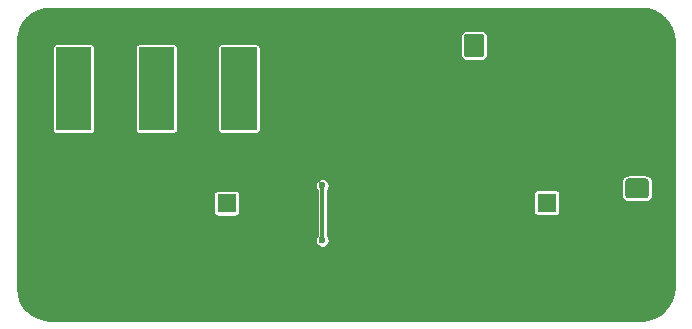
<source format=gbr>
%TF.GenerationSoftware,KiCad,Pcbnew,(5.1.9)-1*%
%TF.CreationDate,2021-11-10T21:50:44+01:00*%
%TF.ProjectId,smoke_extractor,736d6f6b-655f-4657-9874-726163746f72,rev?*%
%TF.SameCoordinates,Original*%
%TF.FileFunction,Copper,L2,Bot*%
%TF.FilePolarity,Positive*%
%FSLAX46Y46*%
G04 Gerber Fmt 4.6, Leading zero omitted, Abs format (unit mm)*
G04 Created by KiCad (PCBNEW (5.1.9)-1) date 2021-11-10 21:50:44*
%MOMM*%
%LPD*%
G01*
G04 APERTURE LIST*
%TA.AperFunction,ComponentPad*%
%ADD10C,0.800000*%
%TD*%
%TA.AperFunction,ComponentPad*%
%ADD11C,6.400000*%
%TD*%
%TA.AperFunction,ComponentPad*%
%ADD12O,2.000000X1.700000*%
%TD*%
%TA.AperFunction,ComponentPad*%
%ADD13O,1.700000X2.000000*%
%TD*%
%TA.AperFunction,ComponentPad*%
%ADD14C,1.600000*%
%TD*%
%TA.AperFunction,ComponentPad*%
%ADD15R,1.600000X1.600000*%
%TD*%
%TA.AperFunction,ComponentPad*%
%ADD16C,0.100000*%
%TD*%
%TA.AperFunction,ViaPad*%
%ADD17C,0.600000*%
%TD*%
%TA.AperFunction,Conductor*%
%ADD18C,0.300000*%
%TD*%
%TA.AperFunction,Conductor*%
%ADD19C,0.254000*%
%TD*%
%TA.AperFunction,Conductor*%
%ADD20C,0.100000*%
%TD*%
G04 APERTURE END LIST*
D10*
%TO.P,H2,1*%
%TO.N,GND*%
X145397056Y-71302944D03*
X143700000Y-70600000D03*
X142002944Y-71302944D03*
X141300000Y-73000000D03*
X142002944Y-74697056D03*
X143700000Y-75400000D03*
X145397056Y-74697056D03*
X146100000Y-73000000D03*
D11*
X143700000Y-73000000D03*
%TD*%
D12*
%TO.P,J3,2*%
%TO.N,GND*%
X144500000Y-81900000D03*
%TO.P,J3,1*%
%TO.N,12V*%
%TA.AperFunction,ComponentPad*%
G36*
G01*
X145250000Y-85250000D02*
X143750000Y-85250000D01*
G75*
G02*
X143500000Y-85000000I0J250000D01*
G01*
X143500000Y-83800000D01*
G75*
G02*
X143750000Y-83550000I250000J0D01*
G01*
X145250000Y-83550000D01*
G75*
G02*
X145500000Y-83800000I0J-250000D01*
G01*
X145500000Y-85000000D01*
G75*
G02*
X145250000Y-85250000I-250000J0D01*
G01*
G37*
%TD.AperFunction*%
%TD*%
D13*
%TO.P,J2,2*%
%TO.N,GND*%
X128200000Y-72300000D03*
%TO.P,J2,1*%
%TO.N,12V*%
%TA.AperFunction,ComponentPad*%
G36*
G01*
X131550000Y-71550000D02*
X131550000Y-73050000D01*
G75*
G02*
X131300000Y-73300000I-250000J0D01*
G01*
X130100000Y-73300000D01*
G75*
G02*
X129850000Y-73050000I0J250000D01*
G01*
X129850000Y-71550000D01*
G75*
G02*
X130100000Y-71300000I250000J0D01*
G01*
X131300000Y-71300000D01*
G75*
G02*
X131550000Y-71550000I0J-250000D01*
G01*
G37*
%TD.AperFunction*%
%TD*%
D14*
%TO.P,C3,2*%
%TO.N,GND*%
X109750000Y-89150000D03*
D15*
%TO.P,C3,1*%
%TO.N,Net-(C1-Pad1)*%
X109750000Y-85650000D03*
%TD*%
D10*
%TO.P,H1,1*%
%TO.N,GND*%
X121197056Y-71302944D03*
X119500000Y-70600000D03*
X117802944Y-71302944D03*
X117100000Y-73000000D03*
X117802944Y-74697056D03*
X119500000Y-75400000D03*
X121197056Y-74697056D03*
X121900000Y-73000000D03*
D11*
X119500000Y-73000000D03*
%TD*%
%TA.AperFunction,ComponentPad*%
D16*
%TO.P,U2,SHELL*%
%TO.N,GND*%
G36*
X97500000Y-84700000D02*
G01*
X97500000Y-85700000D01*
X95800000Y-85700000D01*
X95800000Y-84700000D01*
X97500000Y-84700000D01*
G37*
%TD.AperFunction*%
%TA.AperFunction,ComponentPad*%
G36*
X97500000Y-93250000D02*
G01*
X97500000Y-94250000D01*
X95800000Y-94250000D01*
X95800000Y-93250000D01*
X97500000Y-93250000D01*
G37*
%TD.AperFunction*%
%TD*%
%TA.AperFunction,ComponentPad*%
%TO.P,SW1,1*%
%TO.N,+5V*%
G36*
X95300000Y-79450000D02*
G01*
X95300000Y-72450000D01*
X98300000Y-72450000D01*
X98300000Y-79450000D01*
X95300000Y-79450000D01*
G37*
%TD.AperFunction*%
%TA.AperFunction,ComponentPad*%
%TO.P,SW1,2*%
%TO.N,Net-(C1-Pad1)*%
G36*
X102300000Y-79450000D02*
G01*
X102300000Y-72450000D01*
X105300000Y-72450000D01*
X105300000Y-79450000D01*
X102300000Y-79450000D01*
G37*
%TD.AperFunction*%
%TA.AperFunction,ComponentPad*%
%TO.P,SW1,3*%
%TO.N,N/C*%
G36*
X109300000Y-79450000D02*
G01*
X109300000Y-72450000D01*
X112300000Y-72450000D01*
X112300000Y-79450000D01*
X109300000Y-79450000D01*
G37*
%TD.AperFunction*%
%TD*%
D14*
%TO.P,C8,2*%
%TO.N,GND*%
X136850000Y-89100000D03*
D15*
%TO.P,C8,1*%
%TO.N,12V*%
X136850000Y-85600000D03*
%TD*%
D17*
%TO.N,GND*%
X121900000Y-80700000D03*
X122800000Y-80700000D03*
X122800000Y-81700000D03*
X121900000Y-81700000D03*
X122800000Y-82700000D03*
X121900000Y-82700000D03*
X122800000Y-83700000D03*
X121900000Y-83700000D03*
X121900000Y-84800000D03*
X122800000Y-84800000D03*
X122800000Y-85800000D03*
X121900000Y-85800000D03*
X122800000Y-79700000D03*
X121900000Y-79700000D03*
X122800000Y-86900000D03*
X121900000Y-86900000D03*
X122800000Y-87900000D03*
X121900000Y-87900000D03*
X122800000Y-89000000D03*
X121900000Y-90000000D03*
X121900000Y-89000000D03*
X122800000Y-90000000D03*
X121900000Y-91200000D03*
X122800000Y-92200000D03*
X122800000Y-91200000D03*
X121900000Y-92200000D03*
X121900000Y-94200000D03*
X121900000Y-93200000D03*
X122800000Y-94200000D03*
X122800000Y-93200000D03*
X123900000Y-93200000D03*
X124800000Y-93200000D03*
X123900000Y-94200000D03*
X124800000Y-94200000D03*
X119900000Y-94200000D03*
X120800000Y-94200000D03*
X120800000Y-93200000D03*
X119900000Y-93200000D03*
X126800000Y-94200000D03*
X126800000Y-93200000D03*
X125900000Y-94200000D03*
X125900000Y-93200000D03*
X122800000Y-78700000D03*
X121900000Y-77700000D03*
X121900000Y-78700000D03*
X122800000Y-77700000D03*
X123900000Y-77700000D03*
X124800000Y-78700000D03*
X123900000Y-78700000D03*
X124800000Y-77700000D03*
X125900000Y-77700000D03*
X126800000Y-77700000D03*
X125900000Y-78700000D03*
X126800000Y-78700000D03*
X128700000Y-77700000D03*
X127800000Y-78700000D03*
X128700000Y-78700000D03*
X127800000Y-77700000D03*
X133200000Y-91900000D03*
X136100000Y-90900000D03*
X134100000Y-91900000D03*
X134100000Y-90900000D03*
X136100000Y-91900000D03*
X133200000Y-90900000D03*
X135200000Y-90900000D03*
X135200000Y-91900000D03*
X136100000Y-93900000D03*
X134100000Y-92900000D03*
X135200000Y-92900000D03*
X133200000Y-93900000D03*
X135200000Y-93900000D03*
X136100000Y-92900000D03*
X133200000Y-92900000D03*
X134100000Y-93900000D03*
X134100000Y-89000000D03*
X133200000Y-90000000D03*
X133200000Y-89000000D03*
X134100000Y-90000000D03*
X133200000Y-88100000D03*
X134100000Y-88100000D03*
X137200000Y-90900000D03*
X138100000Y-91900000D03*
X138100000Y-90900000D03*
X137200000Y-91900000D03*
X138100000Y-93900000D03*
X137200000Y-92900000D03*
X137200000Y-93900000D03*
X138100000Y-92900000D03*
X140100000Y-91900000D03*
X139200000Y-91900000D03*
X139200000Y-90900000D03*
X140100000Y-90900000D03*
X139200000Y-93900000D03*
X139200000Y-92900000D03*
X140100000Y-93900000D03*
X140100000Y-92900000D03*
X135200000Y-88100000D03*
X135200000Y-89000000D03*
X135200000Y-90000000D03*
X112300000Y-88300000D03*
X112300000Y-87300000D03*
X111400000Y-88300000D03*
X111400000Y-87300000D03*
X114100000Y-88300000D03*
X114100000Y-87300000D03*
X111400000Y-90300000D03*
X112300000Y-89300000D03*
X111400000Y-89300000D03*
X112300000Y-90300000D03*
X121000000Y-77700000D03*
X121000000Y-78700000D03*
X127700000Y-87750000D03*
X126800000Y-87750000D03*
%TO.N,Net-(C1-Pad1)*%
X117850000Y-84150000D03*
X117850000Y-88800000D03*
%TD*%
D18*
%TO.N,Net-(C1-Pad1)*%
X117850000Y-88650000D02*
X117850000Y-84150000D01*
%TD*%
D19*
%TO.N,GND*%
X145426304Y-69241991D02*
X145932552Y-69394836D01*
X146399476Y-69643104D01*
X146809286Y-69977336D01*
X147146371Y-70384802D01*
X147397894Y-70849985D01*
X147554271Y-71355154D01*
X147610980Y-71894707D01*
X147611001Y-71900720D01*
X147611000Y-92785863D01*
X147558009Y-93326304D01*
X147405164Y-93832552D01*
X147156896Y-94299476D01*
X146822661Y-94709288D01*
X146415198Y-95046371D01*
X145950015Y-95297894D01*
X145444846Y-95454271D01*
X144905292Y-95510980D01*
X144899567Y-95511000D01*
X94814137Y-95511000D01*
X94273696Y-95458009D01*
X93767448Y-95305164D01*
X93300524Y-95056896D01*
X92890712Y-94722661D01*
X92553629Y-94315198D01*
X92302106Y-93850015D01*
X92145729Y-93344846D01*
X92089020Y-92805292D01*
X92089000Y-92799567D01*
X92089000Y-84850000D01*
X108621418Y-84850000D01*
X108621418Y-86450000D01*
X108627732Y-86514103D01*
X108646430Y-86575743D01*
X108676794Y-86632550D01*
X108717657Y-86682343D01*
X108767450Y-86723206D01*
X108824257Y-86753570D01*
X108885897Y-86772268D01*
X108950000Y-86778582D01*
X110550000Y-86778582D01*
X110614103Y-86772268D01*
X110675743Y-86753570D01*
X110732550Y-86723206D01*
X110782343Y-86682343D01*
X110823206Y-86632550D01*
X110853570Y-86575743D01*
X110872268Y-86514103D01*
X110878582Y-86450000D01*
X110878582Y-84850000D01*
X110872268Y-84785897D01*
X110853570Y-84724257D01*
X110823206Y-84667450D01*
X110782343Y-84617657D01*
X110732550Y-84576794D01*
X110675743Y-84546430D01*
X110614103Y-84527732D01*
X110550000Y-84521418D01*
X108950000Y-84521418D01*
X108885897Y-84527732D01*
X108824257Y-84546430D01*
X108767450Y-84576794D01*
X108717657Y-84617657D01*
X108676794Y-84667450D01*
X108646430Y-84724257D01*
X108627732Y-84785897D01*
X108621418Y-84850000D01*
X92089000Y-84850000D01*
X92089000Y-84088246D01*
X117223000Y-84088246D01*
X117223000Y-84211754D01*
X117247095Y-84332889D01*
X117294360Y-84446996D01*
X117362977Y-84549689D01*
X117373001Y-84559713D01*
X117373000Y-88390288D01*
X117362977Y-88400311D01*
X117294360Y-88503004D01*
X117247095Y-88617111D01*
X117223000Y-88738246D01*
X117223000Y-88861754D01*
X117247095Y-88982889D01*
X117294360Y-89096996D01*
X117362977Y-89199689D01*
X117450311Y-89287023D01*
X117553004Y-89355640D01*
X117667111Y-89402905D01*
X117788246Y-89427000D01*
X117911754Y-89427000D01*
X118032889Y-89402905D01*
X118146996Y-89355640D01*
X118249689Y-89287023D01*
X118337023Y-89199689D01*
X118405640Y-89096996D01*
X118452905Y-88982889D01*
X118477000Y-88861754D01*
X118477000Y-88738246D01*
X118452905Y-88617111D01*
X118405640Y-88503004D01*
X118337023Y-88400311D01*
X118327000Y-88390288D01*
X118327000Y-84800000D01*
X135721418Y-84800000D01*
X135721418Y-86400000D01*
X135727732Y-86464103D01*
X135746430Y-86525743D01*
X135776794Y-86582550D01*
X135817657Y-86632343D01*
X135867450Y-86673206D01*
X135924257Y-86703570D01*
X135985897Y-86722268D01*
X136050000Y-86728582D01*
X137650000Y-86728582D01*
X137714103Y-86722268D01*
X137775743Y-86703570D01*
X137832550Y-86673206D01*
X137882343Y-86632343D01*
X137923206Y-86582550D01*
X137953570Y-86525743D01*
X137972268Y-86464103D01*
X137978582Y-86400000D01*
X137978582Y-84800000D01*
X137972268Y-84735897D01*
X137953570Y-84674257D01*
X137923206Y-84617450D01*
X137882343Y-84567657D01*
X137832550Y-84526794D01*
X137775743Y-84496430D01*
X137714103Y-84477732D01*
X137650000Y-84471418D01*
X136050000Y-84471418D01*
X135985897Y-84477732D01*
X135924257Y-84496430D01*
X135867450Y-84526794D01*
X135817657Y-84567657D01*
X135776794Y-84617450D01*
X135746430Y-84674257D01*
X135727732Y-84735897D01*
X135721418Y-84800000D01*
X118327000Y-84800000D01*
X118327000Y-84559712D01*
X118337023Y-84549689D01*
X118405640Y-84446996D01*
X118452905Y-84332889D01*
X118477000Y-84211754D01*
X118477000Y-84088246D01*
X118452905Y-83967111D01*
X118405640Y-83853004D01*
X118370224Y-83800000D01*
X143171418Y-83800000D01*
X143171418Y-85000000D01*
X143182535Y-85112876D01*
X143215460Y-85221414D01*
X143268927Y-85321443D01*
X143340881Y-85409119D01*
X143428557Y-85481073D01*
X143528586Y-85534540D01*
X143637124Y-85567465D01*
X143750000Y-85578582D01*
X145250000Y-85578582D01*
X145362876Y-85567465D01*
X145471414Y-85534540D01*
X145571443Y-85481073D01*
X145659119Y-85409119D01*
X145731073Y-85321443D01*
X145784540Y-85221414D01*
X145817465Y-85112876D01*
X145828582Y-85000000D01*
X145828582Y-83800000D01*
X145817465Y-83687124D01*
X145784540Y-83578586D01*
X145731073Y-83478557D01*
X145659119Y-83390881D01*
X145571443Y-83318927D01*
X145471414Y-83265460D01*
X145362876Y-83232535D01*
X145250000Y-83221418D01*
X143750000Y-83221418D01*
X143637124Y-83232535D01*
X143528586Y-83265460D01*
X143428557Y-83318927D01*
X143340881Y-83390881D01*
X143268927Y-83478557D01*
X143215460Y-83578586D01*
X143182535Y-83687124D01*
X143171418Y-83800000D01*
X118370224Y-83800000D01*
X118337023Y-83750311D01*
X118249689Y-83662977D01*
X118146996Y-83594360D01*
X118032889Y-83547095D01*
X117911754Y-83523000D01*
X117788246Y-83523000D01*
X117667111Y-83547095D01*
X117553004Y-83594360D01*
X117450311Y-83662977D01*
X117362977Y-83750311D01*
X117294360Y-83853004D01*
X117247095Y-83967111D01*
X117223000Y-84088246D01*
X92089000Y-84088246D01*
X92089000Y-72450000D01*
X94971418Y-72450000D01*
X94971418Y-79450000D01*
X94977732Y-79514103D01*
X94996430Y-79575743D01*
X95026794Y-79632550D01*
X95067657Y-79682343D01*
X95117450Y-79723206D01*
X95174257Y-79753570D01*
X95235897Y-79772268D01*
X95300000Y-79778582D01*
X98300000Y-79778582D01*
X98364103Y-79772268D01*
X98425743Y-79753570D01*
X98482550Y-79723206D01*
X98532343Y-79682343D01*
X98573206Y-79632550D01*
X98603570Y-79575743D01*
X98622268Y-79514103D01*
X98628582Y-79450000D01*
X98628582Y-72450000D01*
X101971418Y-72450000D01*
X101971418Y-79450000D01*
X101977732Y-79514103D01*
X101996430Y-79575743D01*
X102026794Y-79632550D01*
X102067657Y-79682343D01*
X102117450Y-79723206D01*
X102174257Y-79753570D01*
X102235897Y-79772268D01*
X102300000Y-79778582D01*
X105300000Y-79778582D01*
X105364103Y-79772268D01*
X105425743Y-79753570D01*
X105482550Y-79723206D01*
X105532343Y-79682343D01*
X105573206Y-79632550D01*
X105603570Y-79575743D01*
X105622268Y-79514103D01*
X105628582Y-79450000D01*
X105628582Y-72450000D01*
X108971418Y-72450000D01*
X108971418Y-79450000D01*
X108977732Y-79514103D01*
X108996430Y-79575743D01*
X109026794Y-79632550D01*
X109067657Y-79682343D01*
X109117450Y-79723206D01*
X109174257Y-79753570D01*
X109235897Y-79772268D01*
X109300000Y-79778582D01*
X112300000Y-79778582D01*
X112364103Y-79772268D01*
X112425743Y-79753570D01*
X112482550Y-79723206D01*
X112532343Y-79682343D01*
X112573206Y-79632550D01*
X112603570Y-79575743D01*
X112622268Y-79514103D01*
X112628582Y-79450000D01*
X112628582Y-72450000D01*
X112622268Y-72385897D01*
X112603570Y-72324257D01*
X112573206Y-72267450D01*
X112532343Y-72217657D01*
X112482550Y-72176794D01*
X112425743Y-72146430D01*
X112364103Y-72127732D01*
X112300000Y-72121418D01*
X109300000Y-72121418D01*
X109235897Y-72127732D01*
X109174257Y-72146430D01*
X109117450Y-72176794D01*
X109067657Y-72217657D01*
X109026794Y-72267450D01*
X108996430Y-72324257D01*
X108977732Y-72385897D01*
X108971418Y-72450000D01*
X105628582Y-72450000D01*
X105622268Y-72385897D01*
X105603570Y-72324257D01*
X105573206Y-72267450D01*
X105532343Y-72217657D01*
X105482550Y-72176794D01*
X105425743Y-72146430D01*
X105364103Y-72127732D01*
X105300000Y-72121418D01*
X102300000Y-72121418D01*
X102235897Y-72127732D01*
X102174257Y-72146430D01*
X102117450Y-72176794D01*
X102067657Y-72217657D01*
X102026794Y-72267450D01*
X101996430Y-72324257D01*
X101977732Y-72385897D01*
X101971418Y-72450000D01*
X98628582Y-72450000D01*
X98622268Y-72385897D01*
X98603570Y-72324257D01*
X98573206Y-72267450D01*
X98532343Y-72217657D01*
X98482550Y-72176794D01*
X98425743Y-72146430D01*
X98364103Y-72127732D01*
X98300000Y-72121418D01*
X95300000Y-72121418D01*
X95235897Y-72127732D01*
X95174257Y-72146430D01*
X95117450Y-72176794D01*
X95067657Y-72217657D01*
X95026794Y-72267450D01*
X94996430Y-72324257D01*
X94977732Y-72385897D01*
X94971418Y-72450000D01*
X92089000Y-72450000D01*
X92089000Y-71914138D01*
X92124704Y-71550000D01*
X129521418Y-71550000D01*
X129521418Y-73050000D01*
X129532535Y-73162876D01*
X129565460Y-73271414D01*
X129618927Y-73371443D01*
X129690881Y-73459119D01*
X129778557Y-73531073D01*
X129878586Y-73584540D01*
X129987124Y-73617465D01*
X130100000Y-73628582D01*
X131300000Y-73628582D01*
X131412876Y-73617465D01*
X131521414Y-73584540D01*
X131621443Y-73531073D01*
X131709119Y-73459119D01*
X131781073Y-73371443D01*
X131834540Y-73271414D01*
X131867465Y-73162876D01*
X131878582Y-73050000D01*
X131878582Y-71550000D01*
X131867465Y-71437124D01*
X131834540Y-71328586D01*
X131781073Y-71228557D01*
X131709119Y-71140881D01*
X131621443Y-71068927D01*
X131521414Y-71015460D01*
X131412876Y-70982535D01*
X131300000Y-70971418D01*
X130100000Y-70971418D01*
X129987124Y-70982535D01*
X129878586Y-71015460D01*
X129778557Y-71068927D01*
X129690881Y-71140881D01*
X129618927Y-71228557D01*
X129565460Y-71328586D01*
X129532535Y-71437124D01*
X129521418Y-71550000D01*
X92124704Y-71550000D01*
X92141991Y-71373696D01*
X92294836Y-70867448D01*
X92543104Y-70400524D01*
X92877336Y-69990714D01*
X93284802Y-69653629D01*
X93749985Y-69402106D01*
X94255154Y-69245729D01*
X94794707Y-69189020D01*
X94800433Y-69189000D01*
X144885862Y-69189000D01*
X145426304Y-69241991D01*
%TA.AperFunction,Conductor*%
D20*
G36*
X145426304Y-69241991D02*
G01*
X145932552Y-69394836D01*
X146399476Y-69643104D01*
X146809286Y-69977336D01*
X147146371Y-70384802D01*
X147397894Y-70849985D01*
X147554271Y-71355154D01*
X147610980Y-71894707D01*
X147611001Y-71900720D01*
X147611000Y-92785863D01*
X147558009Y-93326304D01*
X147405164Y-93832552D01*
X147156896Y-94299476D01*
X146822661Y-94709288D01*
X146415198Y-95046371D01*
X145950015Y-95297894D01*
X145444846Y-95454271D01*
X144905292Y-95510980D01*
X144899567Y-95511000D01*
X94814137Y-95511000D01*
X94273696Y-95458009D01*
X93767448Y-95305164D01*
X93300524Y-95056896D01*
X92890712Y-94722661D01*
X92553629Y-94315198D01*
X92302106Y-93850015D01*
X92145729Y-93344846D01*
X92089020Y-92805292D01*
X92089000Y-92799567D01*
X92089000Y-84850000D01*
X108621418Y-84850000D01*
X108621418Y-86450000D01*
X108627732Y-86514103D01*
X108646430Y-86575743D01*
X108676794Y-86632550D01*
X108717657Y-86682343D01*
X108767450Y-86723206D01*
X108824257Y-86753570D01*
X108885897Y-86772268D01*
X108950000Y-86778582D01*
X110550000Y-86778582D01*
X110614103Y-86772268D01*
X110675743Y-86753570D01*
X110732550Y-86723206D01*
X110782343Y-86682343D01*
X110823206Y-86632550D01*
X110853570Y-86575743D01*
X110872268Y-86514103D01*
X110878582Y-86450000D01*
X110878582Y-84850000D01*
X110872268Y-84785897D01*
X110853570Y-84724257D01*
X110823206Y-84667450D01*
X110782343Y-84617657D01*
X110732550Y-84576794D01*
X110675743Y-84546430D01*
X110614103Y-84527732D01*
X110550000Y-84521418D01*
X108950000Y-84521418D01*
X108885897Y-84527732D01*
X108824257Y-84546430D01*
X108767450Y-84576794D01*
X108717657Y-84617657D01*
X108676794Y-84667450D01*
X108646430Y-84724257D01*
X108627732Y-84785897D01*
X108621418Y-84850000D01*
X92089000Y-84850000D01*
X92089000Y-84088246D01*
X117223000Y-84088246D01*
X117223000Y-84211754D01*
X117247095Y-84332889D01*
X117294360Y-84446996D01*
X117362977Y-84549689D01*
X117373001Y-84559713D01*
X117373000Y-88390288D01*
X117362977Y-88400311D01*
X117294360Y-88503004D01*
X117247095Y-88617111D01*
X117223000Y-88738246D01*
X117223000Y-88861754D01*
X117247095Y-88982889D01*
X117294360Y-89096996D01*
X117362977Y-89199689D01*
X117450311Y-89287023D01*
X117553004Y-89355640D01*
X117667111Y-89402905D01*
X117788246Y-89427000D01*
X117911754Y-89427000D01*
X118032889Y-89402905D01*
X118146996Y-89355640D01*
X118249689Y-89287023D01*
X118337023Y-89199689D01*
X118405640Y-89096996D01*
X118452905Y-88982889D01*
X118477000Y-88861754D01*
X118477000Y-88738246D01*
X118452905Y-88617111D01*
X118405640Y-88503004D01*
X118337023Y-88400311D01*
X118327000Y-88390288D01*
X118327000Y-84800000D01*
X135721418Y-84800000D01*
X135721418Y-86400000D01*
X135727732Y-86464103D01*
X135746430Y-86525743D01*
X135776794Y-86582550D01*
X135817657Y-86632343D01*
X135867450Y-86673206D01*
X135924257Y-86703570D01*
X135985897Y-86722268D01*
X136050000Y-86728582D01*
X137650000Y-86728582D01*
X137714103Y-86722268D01*
X137775743Y-86703570D01*
X137832550Y-86673206D01*
X137882343Y-86632343D01*
X137923206Y-86582550D01*
X137953570Y-86525743D01*
X137972268Y-86464103D01*
X137978582Y-86400000D01*
X137978582Y-84800000D01*
X137972268Y-84735897D01*
X137953570Y-84674257D01*
X137923206Y-84617450D01*
X137882343Y-84567657D01*
X137832550Y-84526794D01*
X137775743Y-84496430D01*
X137714103Y-84477732D01*
X137650000Y-84471418D01*
X136050000Y-84471418D01*
X135985897Y-84477732D01*
X135924257Y-84496430D01*
X135867450Y-84526794D01*
X135817657Y-84567657D01*
X135776794Y-84617450D01*
X135746430Y-84674257D01*
X135727732Y-84735897D01*
X135721418Y-84800000D01*
X118327000Y-84800000D01*
X118327000Y-84559712D01*
X118337023Y-84549689D01*
X118405640Y-84446996D01*
X118452905Y-84332889D01*
X118477000Y-84211754D01*
X118477000Y-84088246D01*
X118452905Y-83967111D01*
X118405640Y-83853004D01*
X118370224Y-83800000D01*
X143171418Y-83800000D01*
X143171418Y-85000000D01*
X143182535Y-85112876D01*
X143215460Y-85221414D01*
X143268927Y-85321443D01*
X143340881Y-85409119D01*
X143428557Y-85481073D01*
X143528586Y-85534540D01*
X143637124Y-85567465D01*
X143750000Y-85578582D01*
X145250000Y-85578582D01*
X145362876Y-85567465D01*
X145471414Y-85534540D01*
X145571443Y-85481073D01*
X145659119Y-85409119D01*
X145731073Y-85321443D01*
X145784540Y-85221414D01*
X145817465Y-85112876D01*
X145828582Y-85000000D01*
X145828582Y-83800000D01*
X145817465Y-83687124D01*
X145784540Y-83578586D01*
X145731073Y-83478557D01*
X145659119Y-83390881D01*
X145571443Y-83318927D01*
X145471414Y-83265460D01*
X145362876Y-83232535D01*
X145250000Y-83221418D01*
X143750000Y-83221418D01*
X143637124Y-83232535D01*
X143528586Y-83265460D01*
X143428557Y-83318927D01*
X143340881Y-83390881D01*
X143268927Y-83478557D01*
X143215460Y-83578586D01*
X143182535Y-83687124D01*
X143171418Y-83800000D01*
X118370224Y-83800000D01*
X118337023Y-83750311D01*
X118249689Y-83662977D01*
X118146996Y-83594360D01*
X118032889Y-83547095D01*
X117911754Y-83523000D01*
X117788246Y-83523000D01*
X117667111Y-83547095D01*
X117553004Y-83594360D01*
X117450311Y-83662977D01*
X117362977Y-83750311D01*
X117294360Y-83853004D01*
X117247095Y-83967111D01*
X117223000Y-84088246D01*
X92089000Y-84088246D01*
X92089000Y-72450000D01*
X94971418Y-72450000D01*
X94971418Y-79450000D01*
X94977732Y-79514103D01*
X94996430Y-79575743D01*
X95026794Y-79632550D01*
X95067657Y-79682343D01*
X95117450Y-79723206D01*
X95174257Y-79753570D01*
X95235897Y-79772268D01*
X95300000Y-79778582D01*
X98300000Y-79778582D01*
X98364103Y-79772268D01*
X98425743Y-79753570D01*
X98482550Y-79723206D01*
X98532343Y-79682343D01*
X98573206Y-79632550D01*
X98603570Y-79575743D01*
X98622268Y-79514103D01*
X98628582Y-79450000D01*
X98628582Y-72450000D01*
X101971418Y-72450000D01*
X101971418Y-79450000D01*
X101977732Y-79514103D01*
X101996430Y-79575743D01*
X102026794Y-79632550D01*
X102067657Y-79682343D01*
X102117450Y-79723206D01*
X102174257Y-79753570D01*
X102235897Y-79772268D01*
X102300000Y-79778582D01*
X105300000Y-79778582D01*
X105364103Y-79772268D01*
X105425743Y-79753570D01*
X105482550Y-79723206D01*
X105532343Y-79682343D01*
X105573206Y-79632550D01*
X105603570Y-79575743D01*
X105622268Y-79514103D01*
X105628582Y-79450000D01*
X105628582Y-72450000D01*
X108971418Y-72450000D01*
X108971418Y-79450000D01*
X108977732Y-79514103D01*
X108996430Y-79575743D01*
X109026794Y-79632550D01*
X109067657Y-79682343D01*
X109117450Y-79723206D01*
X109174257Y-79753570D01*
X109235897Y-79772268D01*
X109300000Y-79778582D01*
X112300000Y-79778582D01*
X112364103Y-79772268D01*
X112425743Y-79753570D01*
X112482550Y-79723206D01*
X112532343Y-79682343D01*
X112573206Y-79632550D01*
X112603570Y-79575743D01*
X112622268Y-79514103D01*
X112628582Y-79450000D01*
X112628582Y-72450000D01*
X112622268Y-72385897D01*
X112603570Y-72324257D01*
X112573206Y-72267450D01*
X112532343Y-72217657D01*
X112482550Y-72176794D01*
X112425743Y-72146430D01*
X112364103Y-72127732D01*
X112300000Y-72121418D01*
X109300000Y-72121418D01*
X109235897Y-72127732D01*
X109174257Y-72146430D01*
X109117450Y-72176794D01*
X109067657Y-72217657D01*
X109026794Y-72267450D01*
X108996430Y-72324257D01*
X108977732Y-72385897D01*
X108971418Y-72450000D01*
X105628582Y-72450000D01*
X105622268Y-72385897D01*
X105603570Y-72324257D01*
X105573206Y-72267450D01*
X105532343Y-72217657D01*
X105482550Y-72176794D01*
X105425743Y-72146430D01*
X105364103Y-72127732D01*
X105300000Y-72121418D01*
X102300000Y-72121418D01*
X102235897Y-72127732D01*
X102174257Y-72146430D01*
X102117450Y-72176794D01*
X102067657Y-72217657D01*
X102026794Y-72267450D01*
X101996430Y-72324257D01*
X101977732Y-72385897D01*
X101971418Y-72450000D01*
X98628582Y-72450000D01*
X98622268Y-72385897D01*
X98603570Y-72324257D01*
X98573206Y-72267450D01*
X98532343Y-72217657D01*
X98482550Y-72176794D01*
X98425743Y-72146430D01*
X98364103Y-72127732D01*
X98300000Y-72121418D01*
X95300000Y-72121418D01*
X95235897Y-72127732D01*
X95174257Y-72146430D01*
X95117450Y-72176794D01*
X95067657Y-72217657D01*
X95026794Y-72267450D01*
X94996430Y-72324257D01*
X94977732Y-72385897D01*
X94971418Y-72450000D01*
X92089000Y-72450000D01*
X92089000Y-71914138D01*
X92124704Y-71550000D01*
X129521418Y-71550000D01*
X129521418Y-73050000D01*
X129532535Y-73162876D01*
X129565460Y-73271414D01*
X129618927Y-73371443D01*
X129690881Y-73459119D01*
X129778557Y-73531073D01*
X129878586Y-73584540D01*
X129987124Y-73617465D01*
X130100000Y-73628582D01*
X131300000Y-73628582D01*
X131412876Y-73617465D01*
X131521414Y-73584540D01*
X131621443Y-73531073D01*
X131709119Y-73459119D01*
X131781073Y-73371443D01*
X131834540Y-73271414D01*
X131867465Y-73162876D01*
X131878582Y-73050000D01*
X131878582Y-71550000D01*
X131867465Y-71437124D01*
X131834540Y-71328586D01*
X131781073Y-71228557D01*
X131709119Y-71140881D01*
X131621443Y-71068927D01*
X131521414Y-71015460D01*
X131412876Y-70982535D01*
X131300000Y-70971418D01*
X130100000Y-70971418D01*
X129987124Y-70982535D01*
X129878586Y-71015460D01*
X129778557Y-71068927D01*
X129690881Y-71140881D01*
X129618927Y-71228557D01*
X129565460Y-71328586D01*
X129532535Y-71437124D01*
X129521418Y-71550000D01*
X92124704Y-71550000D01*
X92141991Y-71373696D01*
X92294836Y-70867448D01*
X92543104Y-70400524D01*
X92877336Y-69990714D01*
X93284802Y-69653629D01*
X93749985Y-69402106D01*
X94255154Y-69245729D01*
X94794707Y-69189020D01*
X94800433Y-69189000D01*
X144885862Y-69189000D01*
X145426304Y-69241991D01*
G37*
%TD.AperFunction*%
%TD*%
M02*

</source>
